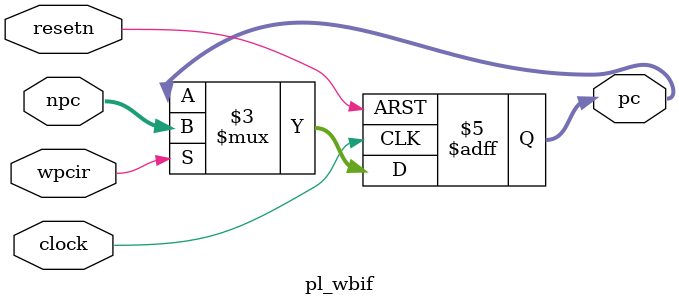
<source format=v>
module pl_wbif (clock, resetn, 
				npc, wpcir, 
				pc);
	input [31:0] npc;
	input wpcir, clock, resetn;
	output reg [31:0] pc;
	always @(posedge clock or negedge resetn)
	begin
		if (!resetn)
		begin
			pc <= 0;
		end
		else 
		begin
			if (wpcir)	
			begin
				pc <= npc;
			end
		end
	end
endmodule
</source>
